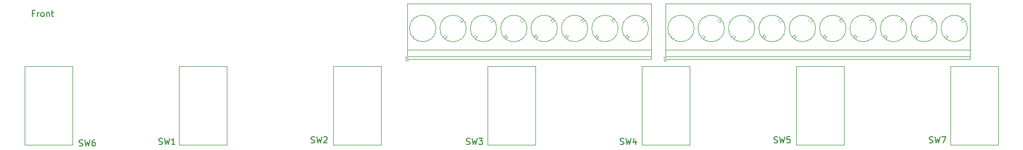
<source format=gbr>
G04 #@! TF.GenerationSoftware,KiCad,Pcbnew,(5.1.2)-2*
G04 #@! TF.CreationDate,2020-02-17T19:57:39-06:00*
G04 #@! TF.ProjectId,Switches4,53776974-6368-4657-9334-2e6b69636164,rev?*
G04 #@! TF.SameCoordinates,Original*
G04 #@! TF.FileFunction,Legend,Top*
G04 #@! TF.FilePolarity,Positive*
%FSLAX46Y46*%
G04 Gerber Fmt 4.6, Leading zero omitted, Abs format (unit mm)*
G04 Created by KiCad (PCBNEW (5.1.2)-2) date 2020-02-17 19:57:39*
%MOMM*%
%LPD*%
G04 APERTURE LIST*
%ADD10C,0.150000*%
%ADD11C,0.120000*%
G04 APERTURE END LIST*
D10*
X56046857Y-52506571D02*
X55713523Y-52506571D01*
X55713523Y-53030380D02*
X55713523Y-52030380D01*
X56189714Y-52030380D01*
X56570666Y-53030380D02*
X56570666Y-52363714D01*
X56570666Y-52554190D02*
X56618285Y-52458952D01*
X56665904Y-52411333D01*
X56761142Y-52363714D01*
X56856380Y-52363714D01*
X57332571Y-53030380D02*
X57237333Y-52982761D01*
X57189714Y-52935142D01*
X57142095Y-52839904D01*
X57142095Y-52554190D01*
X57189714Y-52458952D01*
X57237333Y-52411333D01*
X57332571Y-52363714D01*
X57475428Y-52363714D01*
X57570666Y-52411333D01*
X57618285Y-52458952D01*
X57665904Y-52554190D01*
X57665904Y-52839904D01*
X57618285Y-52935142D01*
X57570666Y-52982761D01*
X57475428Y-53030380D01*
X57332571Y-53030380D01*
X58094476Y-52363714D02*
X58094476Y-53030380D01*
X58094476Y-52458952D02*
X58142095Y-52411333D01*
X58237333Y-52363714D01*
X58380190Y-52363714D01*
X58475428Y-52411333D01*
X58523047Y-52506571D01*
X58523047Y-53030380D01*
X58856380Y-52363714D02*
X59237333Y-52363714D01*
X58999238Y-52030380D02*
X58999238Y-52887523D01*
X59046857Y-52982761D01*
X59142095Y-53030380D01*
X59237333Y-53030380D01*
D11*
X159700000Y-60300000D02*
X160100000Y-60300000D01*
X159700000Y-59660000D02*
X159700000Y-60300000D01*
X206242000Y-55992000D02*
X205847000Y-56388000D01*
X208888000Y-53346000D02*
X208508000Y-53726000D01*
X206493000Y-56274000D02*
X206113000Y-56654000D01*
X209154000Y-53612000D02*
X208759000Y-54008000D01*
X201242000Y-55992000D02*
X200847000Y-56388000D01*
X203888000Y-53346000D02*
X203508000Y-53726000D01*
X201493000Y-56274000D02*
X201113000Y-56654000D01*
X204154000Y-53612000D02*
X203759000Y-54008000D01*
X196242000Y-55992000D02*
X195847000Y-56388000D01*
X198888000Y-53346000D02*
X198508000Y-53726000D01*
X196493000Y-56274000D02*
X196113000Y-56654000D01*
X199154000Y-53612000D02*
X198759000Y-54008000D01*
X191242000Y-55992000D02*
X190847000Y-56388000D01*
X193888000Y-53346000D02*
X193508000Y-53726000D01*
X191493000Y-56274000D02*
X191113000Y-56654000D01*
X194154000Y-53612000D02*
X193759000Y-54008000D01*
X186242000Y-55992000D02*
X185847000Y-56388000D01*
X188888000Y-53346000D02*
X188508000Y-53726000D01*
X186493000Y-56274000D02*
X186113000Y-56654000D01*
X189154000Y-53612000D02*
X188759000Y-54008000D01*
X181242000Y-55992000D02*
X180847000Y-56388000D01*
X183888000Y-53346000D02*
X183508000Y-53726000D01*
X181493000Y-56274000D02*
X181113000Y-56654000D01*
X184154000Y-53612000D02*
X183759000Y-54008000D01*
X176242000Y-55992000D02*
X175847000Y-56388000D01*
X178888000Y-53346000D02*
X178508000Y-53726000D01*
X176493000Y-56274000D02*
X176113000Y-56654000D01*
X179154000Y-53612000D02*
X178759000Y-54008000D01*
X171242000Y-55992000D02*
X170847000Y-56388000D01*
X173888000Y-53346000D02*
X173508000Y-53726000D01*
X171493000Y-56274000D02*
X171113000Y-56654000D01*
X174154000Y-53612000D02*
X173759000Y-54008000D01*
X166242000Y-55992000D02*
X165847000Y-56388000D01*
X168888000Y-53346000D02*
X168508000Y-53726000D01*
X166493000Y-56274000D02*
X166113000Y-56654000D01*
X169154000Y-53612000D02*
X168759000Y-54008000D01*
X160952000Y-56281000D02*
X160846000Y-56388000D01*
X163888000Y-53346000D02*
X163781000Y-53453000D01*
X161218000Y-56547000D02*
X161112000Y-56654000D01*
X164154000Y-53612000D02*
X164047000Y-53719000D01*
X210060000Y-50940000D02*
X210060000Y-60060000D01*
X159940000Y-50940000D02*
X159940000Y-60060000D01*
X159940000Y-60060000D02*
X210060000Y-60060000D01*
X159940000Y-50940000D02*
X210060000Y-50940000D01*
X159940000Y-58500000D02*
X210060000Y-58500000D01*
X159940000Y-59600000D02*
X210060000Y-59600000D01*
X209680000Y-55000000D02*
G75*
G03X209680000Y-55000000I-2180000J0D01*
G01*
X204680000Y-55000000D02*
G75*
G03X204680000Y-55000000I-2180000J0D01*
G01*
X199680000Y-55000000D02*
G75*
G03X199680000Y-55000000I-2180000J0D01*
G01*
X194680000Y-55000000D02*
G75*
G03X194680000Y-55000000I-2180000J0D01*
G01*
X189680000Y-55000000D02*
G75*
G03X189680000Y-55000000I-2180000J0D01*
G01*
X184680000Y-55000000D02*
G75*
G03X184680000Y-55000000I-2180000J0D01*
G01*
X179680000Y-55000000D02*
G75*
G03X179680000Y-55000000I-2180000J0D01*
G01*
X174680000Y-55000000D02*
G75*
G03X174680000Y-55000000I-2180000J0D01*
G01*
X169680000Y-55000000D02*
G75*
G03X169680000Y-55000000I-2180000J0D01*
G01*
X164680000Y-55000000D02*
G75*
G03X164680000Y-55000000I-2180000J0D01*
G01*
X117200000Y-60300000D02*
X117600000Y-60300000D01*
X117200000Y-59660000D02*
X117200000Y-60300000D01*
X153742000Y-55992000D02*
X153347000Y-56388000D01*
X156388000Y-53346000D02*
X156008000Y-53726000D01*
X153993000Y-56274000D02*
X153613000Y-56654000D01*
X156654000Y-53612000D02*
X156259000Y-54008000D01*
X148742000Y-55992000D02*
X148347000Y-56388000D01*
X151388000Y-53346000D02*
X151008000Y-53726000D01*
X148993000Y-56274000D02*
X148613000Y-56654000D01*
X151654000Y-53612000D02*
X151259000Y-54008000D01*
X143742000Y-55992000D02*
X143347000Y-56388000D01*
X146388000Y-53346000D02*
X146008000Y-53726000D01*
X143993000Y-56274000D02*
X143613000Y-56654000D01*
X146654000Y-53612000D02*
X146259000Y-54008000D01*
X138742000Y-55992000D02*
X138347000Y-56388000D01*
X141388000Y-53346000D02*
X141008000Y-53726000D01*
X138993000Y-56274000D02*
X138613000Y-56654000D01*
X141654000Y-53612000D02*
X141259000Y-54008000D01*
X133742000Y-55992000D02*
X133347000Y-56388000D01*
X136388000Y-53346000D02*
X136008000Y-53726000D01*
X133993000Y-56274000D02*
X133613000Y-56654000D01*
X136654000Y-53612000D02*
X136259000Y-54008000D01*
X128742000Y-55992000D02*
X128347000Y-56388000D01*
X131388000Y-53346000D02*
X131008000Y-53726000D01*
X128993000Y-56274000D02*
X128613000Y-56654000D01*
X131654000Y-53612000D02*
X131259000Y-54008000D01*
X123742000Y-55992000D02*
X123347000Y-56388000D01*
X126388000Y-53346000D02*
X126008000Y-53726000D01*
X123993000Y-56274000D02*
X123613000Y-56654000D01*
X126654000Y-53612000D02*
X126259000Y-54008000D01*
X118452000Y-56281000D02*
X118346000Y-56388000D01*
X121388000Y-53346000D02*
X121281000Y-53453000D01*
X118718000Y-56547000D02*
X118612000Y-56654000D01*
X121654000Y-53612000D02*
X121547000Y-53719000D01*
X157560000Y-50940000D02*
X157560000Y-60060000D01*
X117440000Y-50940000D02*
X117440000Y-60060000D01*
X117440000Y-60060000D02*
X157560000Y-60060000D01*
X117440000Y-50940000D02*
X157560000Y-50940000D01*
X117440000Y-58500000D02*
X157560000Y-58500000D01*
X117440000Y-59600000D02*
X157560000Y-59600000D01*
X157180000Y-55000000D02*
G75*
G03X157180000Y-55000000I-2180000J0D01*
G01*
X152180000Y-55000000D02*
G75*
G03X152180000Y-55000000I-2180000J0D01*
G01*
X147180000Y-55000000D02*
G75*
G03X147180000Y-55000000I-2180000J0D01*
G01*
X142180000Y-55000000D02*
G75*
G03X142180000Y-55000000I-2180000J0D01*
G01*
X137180000Y-55000000D02*
G75*
G03X137180000Y-55000000I-2180000J0D01*
G01*
X132180000Y-55000000D02*
G75*
G03X132180000Y-55000000I-2180000J0D01*
G01*
X127180000Y-55000000D02*
G75*
G03X127180000Y-55000000I-2180000J0D01*
G01*
X122180000Y-55000000D02*
G75*
G03X122180000Y-55000000I-2180000J0D01*
G01*
X206883000Y-61214000D02*
X206883000Y-74218800D01*
X206883000Y-61214000D02*
X214782400Y-61214000D01*
X214782400Y-61214000D02*
X214782400Y-74218800D01*
X206883000Y-74218800D02*
X214782400Y-74218800D01*
X54483000Y-61214000D02*
X54483000Y-74218800D01*
X54483000Y-61214000D02*
X62382400Y-61214000D01*
X62382400Y-61214000D02*
X62382400Y-74218800D01*
X54483000Y-74218800D02*
X62382400Y-74218800D01*
X181483000Y-61214000D02*
X181483000Y-74218800D01*
X181483000Y-61214000D02*
X189382400Y-61214000D01*
X189382400Y-61214000D02*
X189382400Y-74218800D01*
X181483000Y-74218800D02*
X189382400Y-74218800D01*
X156083000Y-61214000D02*
X156083000Y-74218800D01*
X156083000Y-61214000D02*
X163982400Y-61214000D01*
X163982400Y-61214000D02*
X163982400Y-74218800D01*
X156083000Y-74218800D02*
X163982400Y-74218800D01*
X130683000Y-61214000D02*
X130683000Y-74218800D01*
X130683000Y-61214000D02*
X138582400Y-61214000D01*
X138582400Y-61214000D02*
X138582400Y-74218800D01*
X130683000Y-74218800D02*
X138582400Y-74218800D01*
X105283000Y-61214000D02*
X105283000Y-74218800D01*
X105283000Y-61214000D02*
X113182400Y-61214000D01*
X113182400Y-61214000D02*
X113182400Y-74218800D01*
X105283000Y-74218800D02*
X113182400Y-74218800D01*
X79883000Y-61214000D02*
X79883000Y-74218800D01*
X79883000Y-61214000D02*
X87782400Y-61214000D01*
X87782400Y-61214000D02*
X87782400Y-74218800D01*
X79883000Y-74218800D02*
X87782400Y-74218800D01*
D10*
X203390666Y-73810761D02*
X203533523Y-73858380D01*
X203771619Y-73858380D01*
X203866857Y-73810761D01*
X203914476Y-73763142D01*
X203962095Y-73667904D01*
X203962095Y-73572666D01*
X203914476Y-73477428D01*
X203866857Y-73429809D01*
X203771619Y-73382190D01*
X203581142Y-73334571D01*
X203485904Y-73286952D01*
X203438285Y-73239333D01*
X203390666Y-73144095D01*
X203390666Y-73048857D01*
X203438285Y-72953619D01*
X203485904Y-72906000D01*
X203581142Y-72858380D01*
X203819238Y-72858380D01*
X203962095Y-72906000D01*
X204295428Y-72858380D02*
X204533523Y-73858380D01*
X204724000Y-73144095D01*
X204914476Y-73858380D01*
X205152571Y-72858380D01*
X205438285Y-72858380D02*
X206104952Y-72858380D01*
X205676380Y-73858380D01*
X63436666Y-74318761D02*
X63579523Y-74366380D01*
X63817619Y-74366380D01*
X63912857Y-74318761D01*
X63960476Y-74271142D01*
X64008095Y-74175904D01*
X64008095Y-74080666D01*
X63960476Y-73985428D01*
X63912857Y-73937809D01*
X63817619Y-73890190D01*
X63627142Y-73842571D01*
X63531904Y-73794952D01*
X63484285Y-73747333D01*
X63436666Y-73652095D01*
X63436666Y-73556857D01*
X63484285Y-73461619D01*
X63531904Y-73414000D01*
X63627142Y-73366380D01*
X63865238Y-73366380D01*
X64008095Y-73414000D01*
X64341428Y-73366380D02*
X64579523Y-74366380D01*
X64770000Y-73652095D01*
X64960476Y-74366380D01*
X65198571Y-73366380D01*
X66008095Y-73366380D02*
X65817619Y-73366380D01*
X65722380Y-73414000D01*
X65674761Y-73461619D01*
X65579523Y-73604476D01*
X65531904Y-73794952D01*
X65531904Y-74175904D01*
X65579523Y-74271142D01*
X65627142Y-74318761D01*
X65722380Y-74366380D01*
X65912857Y-74366380D01*
X66008095Y-74318761D01*
X66055714Y-74271142D01*
X66103333Y-74175904D01*
X66103333Y-73937809D01*
X66055714Y-73842571D01*
X66008095Y-73794952D01*
X65912857Y-73747333D01*
X65722380Y-73747333D01*
X65627142Y-73794952D01*
X65579523Y-73842571D01*
X65531904Y-73937809D01*
X177821336Y-73810761D02*
X177964193Y-73858380D01*
X178202289Y-73858380D01*
X178297527Y-73810761D01*
X178345146Y-73763142D01*
X178392765Y-73667904D01*
X178392765Y-73572666D01*
X178345146Y-73477428D01*
X178297527Y-73429809D01*
X178202289Y-73382190D01*
X178011812Y-73334571D01*
X177916574Y-73286952D01*
X177868955Y-73239333D01*
X177821336Y-73144095D01*
X177821336Y-73048857D01*
X177868955Y-72953619D01*
X177916574Y-72906000D01*
X178011812Y-72858380D01*
X178249908Y-72858380D01*
X178392765Y-72906000D01*
X178726098Y-72858380D02*
X178964193Y-73858380D01*
X179154670Y-73144095D01*
X179345146Y-73858380D01*
X179583241Y-72858380D01*
X180440384Y-72858380D02*
X179964193Y-72858380D01*
X179916574Y-73334571D01*
X179964193Y-73286952D01*
X180059431Y-73239333D01*
X180297527Y-73239333D01*
X180392765Y-73286952D01*
X180440384Y-73334571D01*
X180488003Y-73429809D01*
X180488003Y-73667904D01*
X180440384Y-73763142D01*
X180392765Y-73810761D01*
X180297527Y-73858380D01*
X180059431Y-73858380D01*
X179964193Y-73810761D01*
X179916574Y-73763142D01*
X152506002Y-74064761D02*
X152648859Y-74112380D01*
X152886955Y-74112380D01*
X152982193Y-74064761D01*
X153029812Y-74017142D01*
X153077431Y-73921904D01*
X153077431Y-73826666D01*
X153029812Y-73731428D01*
X152982193Y-73683809D01*
X152886955Y-73636190D01*
X152696478Y-73588571D01*
X152601240Y-73540952D01*
X152553621Y-73493333D01*
X152506002Y-73398095D01*
X152506002Y-73302857D01*
X152553621Y-73207619D01*
X152601240Y-73160000D01*
X152696478Y-73112380D01*
X152934574Y-73112380D01*
X153077431Y-73160000D01*
X153410764Y-73112380D02*
X153648859Y-74112380D01*
X153839336Y-73398095D01*
X154029812Y-74112380D01*
X154267907Y-73112380D01*
X155077431Y-73445714D02*
X155077431Y-74112380D01*
X154839336Y-73064761D02*
X154601240Y-73779047D01*
X155220288Y-73779047D01*
X127190668Y-74064761D02*
X127333525Y-74112380D01*
X127571621Y-74112380D01*
X127666859Y-74064761D01*
X127714478Y-74017142D01*
X127762097Y-73921904D01*
X127762097Y-73826666D01*
X127714478Y-73731428D01*
X127666859Y-73683809D01*
X127571621Y-73636190D01*
X127381144Y-73588571D01*
X127285906Y-73540952D01*
X127238287Y-73493333D01*
X127190668Y-73398095D01*
X127190668Y-73302857D01*
X127238287Y-73207619D01*
X127285906Y-73160000D01*
X127381144Y-73112380D01*
X127619240Y-73112380D01*
X127762097Y-73160000D01*
X128095430Y-73112380D02*
X128333525Y-74112380D01*
X128524002Y-73398095D01*
X128714478Y-74112380D01*
X128952573Y-73112380D01*
X129238287Y-73112380D02*
X129857335Y-73112380D01*
X129524002Y-73493333D01*
X129666859Y-73493333D01*
X129762097Y-73540952D01*
X129809716Y-73588571D01*
X129857335Y-73683809D01*
X129857335Y-73921904D01*
X129809716Y-74017142D01*
X129762097Y-74064761D01*
X129666859Y-74112380D01*
X129381144Y-74112380D01*
X129285906Y-74064761D01*
X129238287Y-74017142D01*
X101621334Y-73810761D02*
X101764191Y-73858380D01*
X102002287Y-73858380D01*
X102097525Y-73810761D01*
X102145144Y-73763142D01*
X102192763Y-73667904D01*
X102192763Y-73572666D01*
X102145144Y-73477428D01*
X102097525Y-73429809D01*
X102002287Y-73382190D01*
X101811810Y-73334571D01*
X101716572Y-73286952D01*
X101668953Y-73239333D01*
X101621334Y-73144095D01*
X101621334Y-73048857D01*
X101668953Y-72953619D01*
X101716572Y-72906000D01*
X101811810Y-72858380D01*
X102049906Y-72858380D01*
X102192763Y-72906000D01*
X102526096Y-72858380D02*
X102764191Y-73858380D01*
X102954668Y-73144095D01*
X103145144Y-73858380D01*
X103383239Y-72858380D01*
X103716572Y-72953619D02*
X103764191Y-72906000D01*
X103859429Y-72858380D01*
X104097525Y-72858380D01*
X104192763Y-72906000D01*
X104240382Y-72953619D01*
X104288001Y-73048857D01*
X104288001Y-73144095D01*
X104240382Y-73286952D01*
X103668953Y-73858380D01*
X104288001Y-73858380D01*
X76560000Y-74064761D02*
X76702857Y-74112380D01*
X76940953Y-74112380D01*
X77036191Y-74064761D01*
X77083810Y-74017142D01*
X77131429Y-73921904D01*
X77131429Y-73826666D01*
X77083810Y-73731428D01*
X77036191Y-73683809D01*
X76940953Y-73636190D01*
X76750476Y-73588571D01*
X76655238Y-73540952D01*
X76607619Y-73493333D01*
X76560000Y-73398095D01*
X76560000Y-73302857D01*
X76607619Y-73207619D01*
X76655238Y-73160000D01*
X76750476Y-73112380D01*
X76988572Y-73112380D01*
X77131429Y-73160000D01*
X77464762Y-73112380D02*
X77702857Y-74112380D01*
X77893334Y-73398095D01*
X78083810Y-74112380D01*
X78321905Y-73112380D01*
X79226667Y-74112380D02*
X78655238Y-74112380D01*
X78940953Y-74112380D02*
X78940953Y-73112380D01*
X78845714Y-73255238D01*
X78750476Y-73350476D01*
X78655238Y-73398095D01*
M02*

</source>
